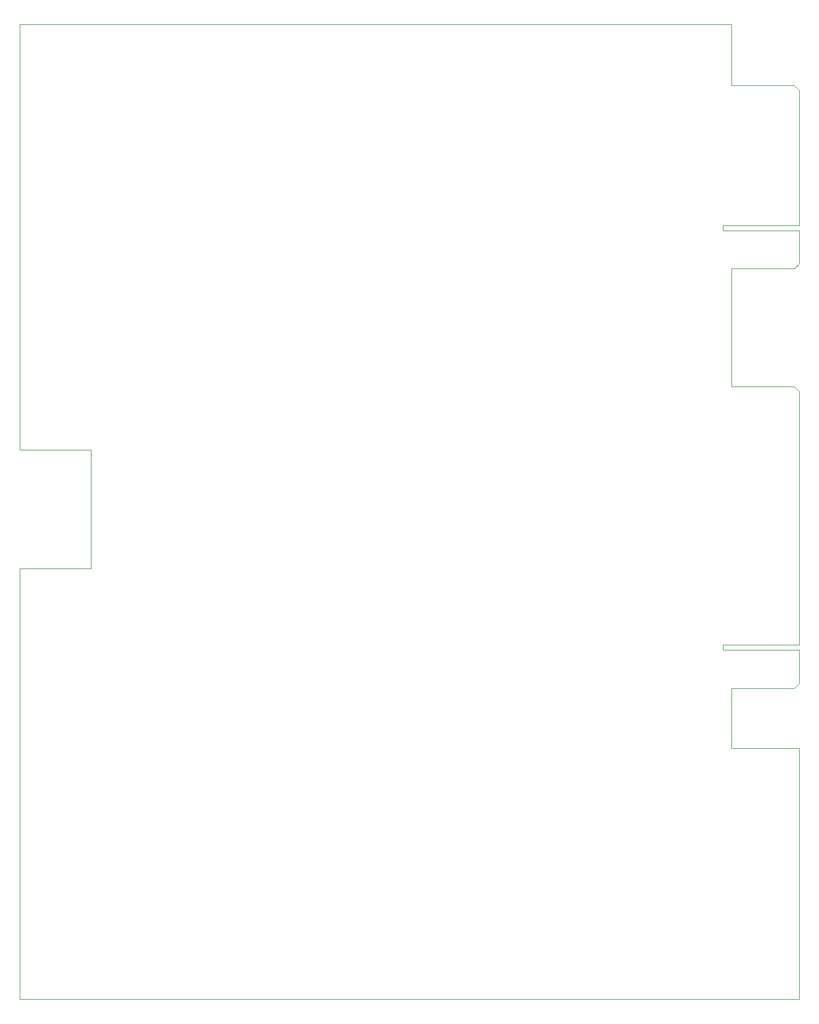
<source format=gbr>
%FSLAX34Y34*%
G04 Gerber Fmt 3.4, Leading zero omitted, Abs format*
G04 (created by PCBNEW (2014-02-12 BZR 4693)-product) date Sun 08 Jun 2014 08:36:32 PM EDT*
%MOIN*%
G01*
G70*
G90*
G04 APERTURE LIST*
%ADD10C,0.006000*%
%ADD11C,0.004000*%
%ADD12C,0.003937*%
G04 APERTURE END LIST*
G54D10*
G54D11*
X50450Y-31100D02*
X46250Y-31100D01*
X50450Y-38100D02*
X50450Y-31100D01*
X46250Y-38100D02*
X50450Y-38100D01*
X46250Y-38100D02*
X46250Y-63500D01*
X46250Y-6000D02*
X46250Y-31100D01*
X87750Y-17850D02*
X87750Y-18150D01*
X87750Y-42600D02*
X87750Y-42900D01*
X92250Y-63500D02*
X88250Y-63500D01*
X92250Y-48700D02*
X92250Y-63500D01*
X88250Y-48700D02*
X92250Y-48700D01*
X88250Y-45150D02*
X88250Y-48700D01*
X91950Y-45150D02*
X88250Y-45150D01*
X92250Y-44850D02*
X91950Y-45150D01*
X92250Y-42900D02*
X92250Y-44850D01*
X87750Y-42900D02*
X92250Y-42900D01*
X92250Y-42600D02*
X87750Y-42600D01*
X92250Y-27650D02*
X92250Y-42600D01*
X91950Y-27350D02*
X92250Y-27650D01*
X88250Y-27350D02*
X91950Y-27350D01*
X88250Y-20400D02*
X88250Y-27350D01*
X91950Y-20400D02*
X88250Y-20400D01*
X92000Y-20350D02*
X91950Y-20400D01*
X92250Y-20100D02*
X92000Y-20350D01*
X92250Y-18150D02*
X92250Y-20100D01*
X87750Y-17850D02*
X92250Y-17850D01*
X92250Y-18150D02*
X87750Y-18150D01*
X92250Y-9900D02*
X92250Y-17850D01*
X91950Y-9600D02*
X92250Y-9900D01*
X91650Y-9600D02*
X91950Y-9600D01*
X88250Y-9600D02*
X91650Y-9600D01*
X88250Y-6000D02*
X88250Y-9600D01*
G54D12*
X46250Y-6000D02*
X88250Y-6000D01*
X88250Y-63500D02*
X46250Y-63500D01*
M02*

</source>
